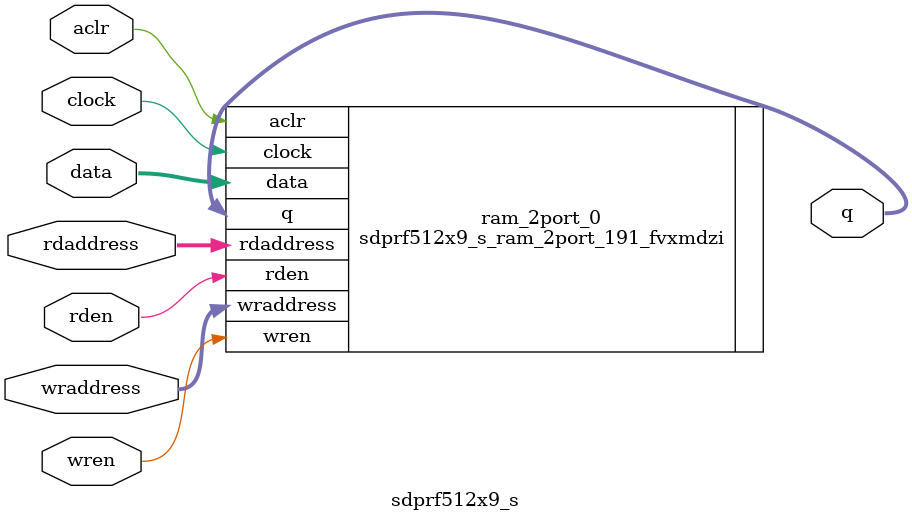
<source format=v>


`timescale 1 ps / 1 ps
module sdprf512x9_s (
		input  wire [8:0] data,      //  ram_input.datain
		input  wire [8:0] wraddress, //           .wraddress
		input  wire [8:0] rdaddress, //           .rdaddress
		input  wire       wren,      //           .wren
		input  wire       clock,     //           .clock
		input  wire       rden,      //           .rden
		input  wire       aclr,      //           .aclr
		output wire [8:0] q          // ram_output.dataout
	);

	sdprf512x9_s_ram_2port_191_fvxmdzi ram_2port_0 (
		.data      (data),      //  ram_input.datain
		.wraddress (wraddress), //           .wraddress
		.rdaddress (rdaddress), //           .rdaddress
		.wren      (wren),      //           .wren
		.clock     (clock),     //           .clock
		.rden      (rden),      //           .rden
		.aclr      (aclr),      //           .aclr
		.q         (q)          // ram_output.dataout
	);

endmodule

</source>
